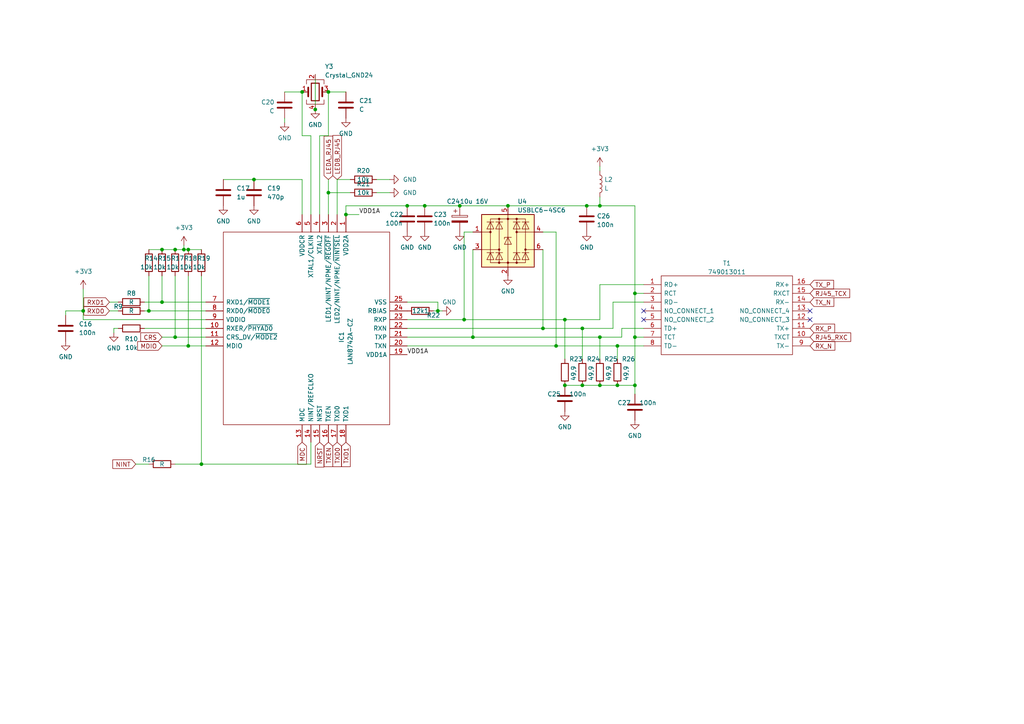
<source format=kicad_sch>
(kicad_sch (version 20211123) (generator eeschema)
  (paper "A4")
  (lib_symbols
    (symbol "Device:C" (pin_numbers hide) (pin_names (offset 0.254))
      (property "Reference" "C" (at 0.635 2.54 0))
      (property "Value" "C" (at 0.635 -2.54 0))
      (symbol "C_0_1"
        (polyline (pts (xy -2.032 -0.762) (xy 2.032 -0.762)) (stroke (width 0.508)))
        (polyline (pts (xy -2.032 0.762) (xy 2.032 0.762)) (stroke (width 0.508)))
      )
      (symbol "C_1_1"
        (pin passive line (at 0 3.81 270) (length 2.794) (name "~") (number "1"))
        (pin passive line (at 0 -3.81 90) (length 2.794) (name "~") (number "2"))
      )
    )
    (symbol "Device:C_Polarized" (pin_numbers hide) (pin_names (offset 0.254))
      (property "Reference" "C" (at 0.635 2.54 0))
      (property "Value" "C_Polarized" (at 0.635 -2.54 0))
      (symbol "C_Polarized_0_1"
        (rectangle (start -2.286 0.508) (end 2.286 1.016))
        (polyline (pts (xy -1.778 2.286) (xy -0.762 2.286)))
        (polyline (pts (xy -1.27 2.794) (xy -1.27 1.778)))
        (rectangle (start 2.286 -0.508) (end -2.286 -1.016) (fill (type outline)))
      )
      (symbol "C_Polarized_1_1"
        (pin passive line (at 0 3.81 270) (length 2.794) (name "~") (number "1"))
        (pin passive line (at 0 -3.81 90) (length 2.794) (name "~") (number "2"))
      )
    )
    (symbol "Device:Crystal_GND24" (pin_names (offset 1.016) hide)
      (property "Reference" "Y" (at 3.175 5.08 0))
      (property "Value" "Crystal_GND24" (at 3.175 3.175 0))
      (symbol "Crystal_GND24_0_1"
        (rectangle (start -1.143 2.54) (end 1.143 -2.54) (stroke (width 0.3048)))
        (polyline (pts (xy -2.54 0) (xy -2.032 0)))
        (polyline (pts (xy -2.032 -1.27) (xy -2.032 1.27)) (stroke (width 0.508)))
        (polyline (pts (xy 0 -3.81) (xy 0 -3.556)))
        (polyline (pts (xy 0 3.556) (xy 0 3.81)))
        (polyline (pts (xy 2.032 -1.27) (xy 2.032 1.27)) (stroke (width 0.508)))
        (polyline (pts (xy 2.032 0) (xy 2.54 0)))
        (polyline (pts (xy -2.54 -2.286) (xy -2.54 -3.556) (xy 2.54 -3.556) (xy 2.54 -2.286)))
        (polyline (pts (xy -2.54 2.286) (xy -2.54 3.556) (xy 2.54 3.556) (xy 2.54 2.286)))
      )
      (symbol "Crystal_GND24_1_1"
        (pin passive line (at -3.81 0 0) (length 1.27) (name "1") (number "1"))
        (pin passive line (at 0 5.08 270) (length 1.27) (name "2") (number "2"))
        (pin passive line (at 3.81 0 180) (length 1.27) (name "3") (number "3"))
        (pin passive line (at 0 -5.08 90) (length 1.27) (name "4") (number "4"))
      )
    )
    (symbol "Device:L" (pin_numbers hide) (pin_names (offset 1.016) hide)
      (property "Reference" "L" (at -1.27 0 90))
      (property "Value" "L" (at 1.905 0 90))
      (symbol "L_0_1"
        (arc (start 0 -2.54) (mid 0.635 -1.905) (end 0 -1.27))
        (arc (start 0 -1.27) (mid 0.635 -0.635) (end 0 0))
        (arc (start 0 0) (mid 0.635 0.635) (end 0 1.27))
        (arc (start 0 1.27) (mid 0.635 1.905) (end 0 2.54))
      )
      (symbol "L_1_1"
        (pin passive line (at 0 3.81 270) (length 1.27) (name "1") (number "1"))
        (pin passive line (at 0 -3.81 90) (length 1.27) (name "2") (number "2"))
      )
    )
    (symbol "Device:R" (pin_numbers hide) (pin_names (offset 0))
      (property "Reference" "R" (at 2.032 0 90))
      (property "Value" "R" (at 0 0 90))
      (symbol "R_0_1"
        (rectangle (start -1.016 -2.54) (end 1.016 2.54) (stroke (width 0.254)))
      )
      (symbol "R_1_1"
        (pin passive line (at 0 3.81 270) (length 1.27) (name "~") (number "1"))
        (pin passive line (at 0 -3.81 90) (length 1.27) (name "~") (number "2"))
      )
    )
    (symbol "Power_Protection:USBLC6-4SC6" (pin_names hide)
      (property "Reference" "U" (at 2.54 8.89 0))
      (property "Value" "USBLC6-4SC6" (at 2.54 -8.89 0))
      (symbol "USBLC6-4SC6_0_1"
        (rectangle (start -7.62 -7.62) (end 7.62 7.62) (stroke (width 0.254)) (fill (type background)))
        (circle (center -5.08 2.54) (radius 0.254) (fill (type outline)))
        (circle (center -2.54 -6.35) (radius 0.254) (fill (type outline)))
        (circle (center -2.54 -2.54) (radius 0.254) (fill (type outline)))
        (circle (center -2.54 6.35) (radius 0.254) (fill (type outline)))
        (rectangle (start -2.54 6.35) (end 2.54 -6.35))
        (circle (center 0 -6.35) (radius 0.254) (fill (type outline)))
        (polyline (pts (xy -5.08 2.54) (xy -7.62 2.54)))
        (polyline (pts (xy -4.064 -3.429) (xy -6.096 -3.429)))
        (polyline (pts (xy -4.064 5.461) (xy -6.096 5.461)))
        (polyline (pts (xy -2.54 -2.54) (xy -7.62 -2.54)))
        (polyline (pts (xy -1.524 -3.429) (xy -3.556 -3.429)))
        (polyline (pts (xy -1.524 5.461) (xy -3.556 5.461)))
        (polyline (pts (xy 0 -7.62) (xy 0 -6.35)))
        (polyline (pts (xy 0 -6.35) (xy 0 1.27)))
        (polyline (pts (xy 0 1.27) (xy 0 6.35)))
        (polyline (pts (xy 0 6.35) (xy 0 7.62)))
        (polyline (pts (xy 1.524 -3.429) (xy 3.556 -3.429)))
        (polyline (pts (xy 1.524 5.461) (xy 3.556 5.461)))
        (polyline (pts (xy 2.54 2.54) (xy 7.62 2.54)))
        (polyline (pts (xy 4.064 -3.429) (xy 6.096 -3.429)))
        (polyline (pts (xy 4.064 5.461) (xy 6.096 5.461)))
        (polyline (pts (xy 5.08 -2.54) (xy 7.62 -2.54)))
        (polyline (pts (xy -6.096 -5.461) (xy -4.064 -5.461) (xy -5.08 -3.429) (xy -6.096 -5.461)))
        (polyline (pts (xy -6.096 3.429) (xy -4.064 3.429) (xy -5.08 5.461) (xy -6.096 3.429)))
        (polyline (pts (xy -3.556 -5.461) (xy -1.524 -5.461) (xy -2.54 -3.429) (xy -3.556 -5.461)))
        (polyline (pts (xy -3.556 3.429) (xy -1.524 3.429) (xy -2.54 5.461) (xy -3.556 3.429)))
        (polyline (pts (xy -2.54 6.35) (xy -5.08 6.35) (xy -5.08 -6.35) (xy -2.54 -6.35)))
        (polyline (pts (xy -1.016 -1.016) (xy 1.016 -1.016) (xy 0 1.016) (xy -1.016 -1.016)))
        (polyline (pts (xy 1.016 1.016) (xy 0.762 1.016) (xy -1.016 1.016) (xy -1.016 0.508)))
        (polyline (pts (xy 2.54 6.35) (xy 5.08 6.35) (xy 5.08 -6.35) (xy 2.54 -6.35)))
        (polyline (pts (xy 3.556 -5.461) (xy 1.524 -5.461) (xy 2.54 -3.429) (xy 3.556 -5.461)))
        (polyline (pts (xy 3.556 3.429) (xy 1.524 3.429) (xy 2.54 5.461) (xy 3.556 3.429)))
        (polyline (pts (xy 6.096 -5.461) (xy 4.064 -5.461) (xy 5.08 -3.429) (xy 6.096 -5.461)))
        (polyline (pts (xy 6.096 3.429) (xy 4.064 3.429) (xy 5.08 5.461) (xy 6.096 3.429)))
        (circle (center 0 6.35) (radius 0.254) (fill (type outline)))
        (circle (center 2.54 -6.35) (radius 0.254) (fill (type outline)))
        (circle (center 2.54 2.54) (radius 0.254) (fill (type outline)))
        (circle (center 2.54 6.35) (radius 0.254) (fill (type outline)))
        (circle (center 5.08 -2.54) (radius 0.254) (fill (type outline)))
      )
      (symbol "USBLC6-4SC6_1_1"
        (pin passive line (at -10.16 2.54 0) (length 2.54) (name "I/O1") (number "1"))
        (pin passive line (at 0 -10.16 90) (length 2.54) (name "GND") (number "2"))
        (pin passive line (at -10.16 -2.54 0) (length 2.54) (name "I/O2") (number "3"))
        (pin passive line (at 10.16 2.54 180) (length 2.54) (name "I/O3") (number "4"))
        (pin passive line (at 0 10.16 270) (length 2.54) (name "VBUS") (number "5"))
        (pin passive line (at 10.16 -2.54 180) (length 2.54) (name "I/O4") (number "6"))
      )
    )
    (symbol "ethernet:749013011" (pin_names (offset 0.762))
      (property "Reference" "T" (at 44.45 7.62 0))
      (property "Value" "749013011" (at 44.45 5.08 0))
      (symbol "749013011_0_0"
        (pin passive line (at 0 0 0) (length 5.08) (name "RD+") (number "1"))
        (pin passive line (at 48.26 -15.24 180) (length 5.08) (name "TXCT") (number "10"))
        (pin passive line (at 48.26 -12.7 180) (length 5.08) (name "TX+") (number "11"))
        (pin passive line (at 48.26 -10.16 180) (length 5.08) (name "NO_CONNECT_3") (number "12"))
        (pin passive line (at 48.26 -7.62 180) (length 5.08) (name "NO_CONNECT_4") (number "13"))
        (pin passive line (at 48.26 -5.08 180) (length 5.08) (name "RX-") (number "14"))
        (pin passive line (at 48.26 -2.54 180) (length 5.08) (name "RXCT") (number "15"))
        (pin passive line (at 48.26 0 180) (length 5.08) (name "RX+") (number "16"))
        (pin passive line (at 0 -2.54 0) (length 5.08) (name "RCT") (number "2"))
        (pin passive line (at 0 -5.08 0) (length 5.08) (name "RD-") (number "3"))
        (pin passive line (at 0 -7.62 0) (length 5.08) (name "NO_CONNECT_1") (number "4"))
        (pin passive line (at 0 -10.16 0) (length 5.08) (name "NO_CONNECT_2") (number "5"))
        (pin passive line (at 0 -12.7 0) (length 5.08) (name "TD+") (number "6"))
        (pin passive line (at 0 -15.24 0) (length 5.08) (name "TCT") (number "7"))
        (pin passive line (at 0 -17.78 0) (length 5.08) (name "TD-") (number "8"))
        (pin passive line (at 48.26 -17.78 180) (length 5.08) (name "TX-") (number "9"))
      )
      (symbol "749013011_0_1"
        (polyline (pts (xy 5.08 2.54) (xy 43.18 2.54) (xy 43.18 -20.32) (xy 5.08 -20.32) (xy 5.08 2.54)) (stroke (width 0.1524)))
      )
    )
    (symbol "ethernet:LAN8742A-CZ" (pin_names (offset 0.762))
      (property "Reference" "IC" (at 62.23 17.78 0))
      (property "Value" "LAN8742A-CZ" (at 62.23 15.24 0))
      (symbol "LAN8742A-CZ_0_0"
        (pin passive line (at 0 0 0) (length 5.08) (name "VDD2A") (number "1"))
        (pin passive line (at 33.02 -40.64 90) (length 5.08) (name "RXER/~{PHYAD0}") (number "10"))
        (pin passive line (at 35.56 -40.64 90) (length 5.08) (name "CRS_DV/~{MODE2}") (number "11"))
        (pin passive line (at 38.1 -40.64 90) (length 5.08) (name "MDIO") (number "12"))
        (pin passive line (at 66.04 -12.7 180) (length 5.08) (name "MDC") (number "13"))
        (pin passive line (at 66.04 -10.16 180) (length 5.08) (name "NINT/REFCLKO") (number "14"))
        (pin passive line (at 66.04 -7.62 180) (length 5.08) (name "NRST") (number "15"))
        (pin passive line (at 66.04 -5.08 180) (length 5.08) (name "TXEN") (number "16"))
        (pin passive line (at 66.04 -2.54 180) (length 5.08) (name "TXD0") (number "17"))
        (pin passive line (at 66.04 0 180) (length 5.08) (name "TXD1") (number "18"))
        (pin passive line (at 40.64 17.78 270) (length 5.08) (name "VDD1A") (number "19"))
        (pin passive line (at 0 -2.54 0) (length 5.08) (name "LED2/NINT/NPME/~{NINTSEL}") (number "2"))
        (pin passive line (at 38.1 17.78 270) (length 5.08) (name "TXN") (number "20"))
        (pin passive line (at 35.56 17.78 270) (length 5.08) (name "TXP") (number "21"))
        (pin passive line (at 33.02 17.78 270) (length 5.08) (name "RXN") (number "22"))
        (pin passive line (at 30.48 17.78 270) (length 5.08) (name "RXP") (number "23"))
        (pin passive line (at 27.94 17.78 270) (length 5.08) (name "RBIAS") (number "24"))
        (pin passive line (at 25.4 17.78 270) (length 5.08) (name "VSS") (number "25"))
        (pin passive line (at 0 -5.08 0) (length 5.08) (name "LED1/NINT/NPME/~{REGOFF}") (number "3"))
        (pin passive line (at 0 -7.62 0) (length 5.08) (name "XTAL2") (number "4"))
        (pin passive line (at 0 -10.16 0) (length 5.08) (name "XTAL1/CLKIN") (number "5"))
        (pin passive line (at 0 -12.7 0) (length 5.08) (name "VDDCR") (number "6"))
        (pin passive line (at 25.4 -40.64 90) (length 5.08) (name "RXD1/~{MODE1}") (number "7"))
        (pin passive line (at 27.94 -40.64 90) (length 5.08) (name "RXD0/~{MODE0}") (number "8"))
        (pin passive line (at 30.48 -40.64 90) (length 5.08) (name "VDDIO") (number "9"))
      )
      (symbol "LAN8742A-CZ_0_1"
        (polyline (pts (xy 5.08 12.7) (xy 60.96 12.7) (xy 60.96 -35.56) (xy 5.08 -35.56) (xy 5.08 12.7)) (stroke (width 0.1524)))
      )
    )
    (symbol "power:+3V3" (power) (pin_names (offset 0))
      (property "Value" "+3V3" (at 0 3.556 0))
      (symbol "+3V3_0_1"
        (polyline (pts (xy -0.762 1.27) (xy 0 2.54)))
        (polyline (pts (xy 0 0) (xy 0 2.54)))
        (polyline (pts (xy 0 2.54) (xy 0.762 1.27)))
      )
      (symbol "+3V3_1_1"
        (pin power_in line (at 0 0 90) (length 0) hide (name "+3V3") (number "1"))
      )
    )
    (symbol "power:GND" (power) (pin_names (offset 0))
      (property "Value" "GND" (at 0 -3.81 0))
      (symbol "GND_0_1"
        (polyline (pts (xy 0 0) (xy 0 -1.27) (xy 1.27 -1.27) (xy 0 -2.54) (xy -1.27 -1.27) (xy 0 -1.27)))
      )
      (symbol "GND_1_1"
        (pin power_in line (at 0 0 270) (length 0) hide (name "GND") (number "1"))
      )
    )
  )
  (junction (at 118.11 59.69))
  (junction (at 53.34 72.39))
  (junction (at 95.25 55.88))
  (junction (at 168.91 111.76))
  (junction (at 95.25 26.67))
  (junction (at 157.48 95.25))
  (junction (at 123.19 59.69))
  (junction (at 147.32 59.69))
  (junction (at 179.07 111.76))
  (junction (at 173.99 97.79))
  (junction (at 168.91 95.25))
  (junction (at 24.13 90.17))
  (junction (at 133.35 59.69))
  (junction (at 163.83 92.71))
  (junction (at 54.61 72.39))
  (junction (at 184.15 111.76))
  (junction (at 58.42 134.62))
  (junction (at 173.99 111.76))
  (junction (at 184.15 85.09))
  (junction (at 87.63 26.67))
  (junction (at 46.99 87.63))
  (junction (at 179.07 100.33))
  (junction (at 50.8 97.79))
  (junction (at 91.44 31.75))
  (junction (at 127 90.17))
  (junction (at 100.33 62.23))
  (junction (at 73.66 52.07))
  (junction (at 137.16 97.79))
  (junction (at 173.99 59.69))
  (junction (at 134.62 92.71))
  (junction (at 46.99 72.39))
  (junction (at 54.61 100.33))
  (junction (at 50.8 72.39))
  (junction (at 161.29 100.33))
  (junction (at 163.83 111.76))
  (junction (at 170.18 59.69))
  (junction (at 43.18 90.17))
  (junction (at 184.15 97.79))
  (no_connect (at 234.95 92.71))
  (no_connect (at 234.95 90.17))
  (no_connect (at 186.69 90.17))
  (no_connect (at 186.69 92.71))
  (wire (pts (xy 46.99 80.01) (xy 46.99 87.63)))
  (wire (pts (xy 100.33 62.23) (xy 100.33 59.69)))
  (wire (pts (xy 41.91 87.63) (xy 46.99 87.63)))
  (wire (pts (xy 31.75 90.17) (xy 34.29 90.17)))
  (wire (pts (xy 134.62 67.31) (xy 134.62 92.71)))
  (wire (pts (xy 46.99 97.79) (xy 50.8 97.79)))
  (wire (pts (xy 163.83 92.71) (xy 163.83 104.14)))
  (wire (pts (xy 118.11 87.63) (xy 127 87.63)))
  (wire (pts (xy 87.63 26.67) (xy 87.63 39.37)))
  (wire (pts (xy 41.91 90.17) (xy 43.18 90.17)))
  (wire (pts (xy 24.13 90.17) (xy 24.13 83.82)))
  (wire (pts (xy 58.42 80.01) (xy 58.42 134.62)))
  (wire (pts (xy 82.55 35.56) (xy 82.55 34.29)))
  (wire (pts (xy 170.18 59.69) (xy 173.99 59.69)))
  (wire (pts (xy 50.8 134.62) (xy 58.42 134.62)))
  (wire (pts (xy 180.34 95.25) (xy 186.69 95.25)))
  (wire (pts (xy 87.63 62.23) (xy 87.63 52.07)))
  (wire (pts (xy 100.33 59.69) (xy 118.11 59.69)))
  (wire (pts (xy 50.8 80.01) (xy 50.8 97.79)))
  (wire (pts (xy 109.22 55.88) (xy 113.03 55.88)))
  (wire (pts (xy 179.07 111.76) (xy 184.15 111.76)))
  (wire (pts (xy 73.66 52.07) (xy 87.63 52.07)))
  (wire (pts (xy 173.99 82.55) (xy 173.99 92.71)))
  (wire (pts (xy 59.69 92.71) (xy 24.13 92.71)))
  (wire (pts (xy 125.73 90.17) (xy 127 90.17)))
  (wire (pts (xy 163.83 92.71) (xy 173.99 92.71)))
  (wire (pts (xy 137.16 72.39) (xy 137.16 97.79)))
  (wire (pts (xy 91.44 21.59) (xy 91.44 31.75)))
  (wire (pts (xy 184.15 59.69) (xy 184.15 85.09)))
  (wire (pts (xy 90.17 134.62) (xy 90.17 128.27)))
  (wire (pts (xy 97.79 52.07) (xy 101.6 52.07)))
  (wire (pts (xy 127 90.17) (xy 127 87.63)))
  (wire (pts (xy 179.07 100.33) (xy 186.69 100.33)))
  (wire (pts (xy 92.71 39.37) (xy 92.71 62.23)))
  (wire (pts (xy 87.63 26.67) (xy 82.55 26.67)))
  (wire (pts (xy 90.17 62.23) (xy 90.17 39.37)))
  (wire (pts (xy 50.8 72.39) (xy 53.34 72.39)))
  (wire (pts (xy 58.42 134.62) (xy 90.17 134.62)))
  (wire (pts (xy 109.22 52.07) (xy 113.03 52.07)))
  (wire (pts (xy 90.17 39.37) (xy 87.63 39.37)))
  (wire (pts (xy 184.15 111.76) (xy 184.15 114.3)))
  (wire (pts (xy 137.16 67.31) (xy 134.62 67.31)))
  (wire (pts (xy 173.99 97.79) (xy 180.34 97.79)))
  (wire (pts (xy 173.99 48.26) (xy 173.99 49.53)))
  (wire (pts (xy 50.8 97.79) (xy 59.69 97.79)))
  (wire (pts (xy 118.11 100.33) (xy 161.29 100.33)))
  (wire (pts (xy 157.48 67.31) (xy 161.29 67.31)))
  (wire (pts (xy 168.91 111.76) (xy 173.99 111.76)))
  (wire (pts (xy 95.25 55.88) (xy 95.25 62.23)))
  (wire (pts (xy 147.32 59.69) (xy 170.18 59.69)))
  (wire (pts (xy 163.83 111.76) (xy 168.91 111.76)))
  (wire (pts (xy 157.48 72.39) (xy 157.48 95.25)))
  (wire (pts (xy 33.02 95.25) (xy 33.02 96.52)))
  (wire (pts (xy 118.11 92.71) (xy 134.62 92.71)))
  (wire (pts (xy 100.33 62.23) (xy 104.14 62.23)))
  (wire (pts (xy 24.13 90.17) (xy 19.05 90.17)))
  (wire (pts (xy 53.34 72.39) (xy 54.61 72.39)))
  (wire (pts (xy 118.11 95.25) (xy 157.48 95.25)))
  (wire (pts (xy 133.35 59.69) (xy 147.32 59.69)))
  (wire (pts (xy 161.29 100.33) (xy 179.07 100.33)))
  (wire (pts (xy 31.75 87.63) (xy 34.29 87.63)))
  (wire (pts (xy 184.15 59.69) (xy 173.99 59.69)))
  (wire (pts (xy 173.99 97.79) (xy 173.99 104.14)))
  (wire (pts (xy 39.37 134.62) (xy 43.18 134.62)))
  (wire (pts (xy 46.99 72.39) (xy 50.8 72.39)))
  (wire (pts (xy 118.11 59.69) (xy 123.19 59.69)))
  (wire (pts (xy 184.15 97.79) (xy 184.15 111.76)))
  (wire (pts (xy 134.62 92.71) (xy 163.83 92.71)))
  (wire (pts (xy 168.91 95.25) (xy 168.91 104.14)))
  (wire (pts (xy 54.61 100.33) (xy 59.69 100.33)))
  (wire (pts (xy 127 90.17) (xy 128.27 90.17)))
  (wire (pts (xy 123.19 59.69) (xy 133.35 59.69)))
  (wire (pts (xy 43.18 90.17) (xy 59.69 90.17)))
  (wire (pts (xy 54.61 80.01) (xy 54.61 100.33)))
  (wire (pts (xy 41.91 95.25) (xy 59.69 95.25)))
  (wire (pts (xy 179.07 100.33) (xy 179.07 104.14)))
  (wire (pts (xy 95.25 52.07) (xy 95.25 55.88)))
  (wire (pts (xy 19.05 90.17) (xy 19.05 91.44)))
  (wire (pts (xy 97.79 52.07) (xy 97.79 62.23)))
  (wire (pts (xy 184.15 85.09) (xy 184.15 97.79)))
  (wire (pts (xy 137.16 97.79) (xy 173.99 97.79)))
  (wire (pts (xy 54.61 72.39) (xy 58.42 72.39)))
  (wire (pts (xy 95.25 26.67) (xy 100.33 26.67)))
  (wire (pts (xy 184.15 97.79) (xy 186.69 97.79)))
  (wire (pts (xy 177.8 87.63) (xy 177.8 95.25)))
  (wire (pts (xy 173.99 111.76) (xy 179.07 111.76)))
  (wire (pts (xy 177.8 87.63) (xy 186.69 87.63)))
  (wire (pts (xy 34.29 95.25) (xy 33.02 95.25)))
  (wire (pts (xy 157.48 95.25) (xy 168.91 95.25)))
  (wire (pts (xy 43.18 80.01) (xy 43.18 90.17)))
  (wire (pts (xy 24.13 92.71) (xy 24.13 90.17)))
  (wire (pts (xy 46.99 100.33) (xy 54.61 100.33)))
  (wire (pts (xy 46.99 87.63) (xy 59.69 87.63)))
  (wire (pts (xy 180.34 97.79) (xy 180.34 95.25)))
  (wire (pts (xy 92.71 39.37) (xy 95.25 39.37)))
  (wire (pts (xy 173.99 57.15) (xy 173.99 59.69)))
  (wire (pts (xy 43.18 72.39) (xy 46.99 72.39)))
  (wire (pts (xy 95.25 55.88) (xy 101.6 55.88)))
  (wire (pts (xy 184.15 85.09) (xy 186.69 85.09)))
  (wire (pts (xy 173.99 82.55) (xy 186.69 82.55)))
  (wire (pts (xy 118.11 97.79) (xy 137.16 97.79)))
  (wire (pts (xy 53.34 72.39) (xy 53.34 71.12)))
  (wire (pts (xy 168.91 95.25) (xy 177.8 95.25)))
  (wire (pts (xy 161.29 67.31) (xy 161.29 100.33)))
  (wire (pts (xy 73.66 52.07) (xy 64.77 52.07)))
  (wire (pts (xy 95.25 26.67) (xy 95.25 39.37)))
  (label "VDD1A" (at 104.14 62.23 0))
  (label "VDD1A" (at 118.11 102.87 0))
  (global_label "MDC" (shape input) (at 87.63 128.27 270) (property "Intersheet References" "${INTERSHEET_REFS}" (effects hide)))
  (global_label "LEDA_RJ45" (shape input) (at 95.25 52.07 90) (property "Intersheet References" "${INTERSHEET_REFS}" (effects hide)))
  (global_label "RXD0" (shape input) (at 31.75 90.17 180) (property "Intersheet References" "${INTERSHEET_REFS}" (effects hide)))
  (global_label "RJ45_TCX" (shape input) (at 234.95 85.09 0) (property "Intersheet References" "${INTERSHEET_REFS}" (effects hide)))
  (global_label "RXD1" (shape input) (at 31.75 87.63 180) (property "Intersheet References" "${INTERSHEET_REFS}" (effects hide)))
  (global_label "MDIO" (shape input) (at 46.99 100.33 180) (property "Intersheet References" "${INTERSHEET_REFS}" (effects hide)))
  (global_label "TX_P" (shape input) (at 234.95 82.55 0) (property "Intersheet References" "${INTERSHEET_REFS}" (effects hide)))
  (global_label "TXD0" (shape input) (at 97.79 128.27 270) (property "Intersheet References" "${INTERSHEET_REFS}" (effects hide)))
  (global_label "TX_N" (shape input) (at 234.95 87.63 0) (property "Intersheet References" "${INTERSHEET_REFS}" (effects hide)))
  (global_label "CRS" (shape input) (at 46.99 97.79 180) (property "Intersheet References" "${INTERSHEET_REFS}" (effects hide)))
  (global_label "NINT" (shape input) (at 39.37 134.62 180) (property "Intersheet References" "${INTERSHEET_REFS}" (effects hide)))
  (global_label "RJ45_RXC" (shape input) (at 234.95 97.79 0) (property "Intersheet References" "${INTERSHEET_REFS}" (effects hide)))
  (global_label "NRST" (shape input) (at 92.71 128.27 270) (property "Intersheet References" "${INTERSHEET_REFS}" (effects hide)))
  (global_label "RX_N" (shape input) (at 234.95 100.33 0) (property "Intersheet References" "${INTERSHEET_REFS}" (effects hide)))
  (global_label "TXEN" (shape input) (at 95.25 128.27 270) (property "Intersheet References" "${INTERSHEET_REFS}" (effects hide)))
  (global_label "RX_P" (shape input) (at 234.95 95.25 0) (property "Intersheet References" "${INTERSHEET_REFS}" (effects hide)))
  (global_label "TXD1" (shape input) (at 100.33 128.27 270) (property "Intersheet References" "${INTERSHEET_REFS}" (effects hide)))
  (global_label "LEDB_RJ45" (shape input) (at 97.79 52.07 90) (property "Intersheet References" "${INTERSHEET_REFS}" (effects hide)))
  (symbol (lib_id "Device:R") (at 46.99 134.62 90) (unit 1)
    (property "Reference" "R16" (at 43.18 133.35 90))
    (property "Value" "R" (at 46.99 134.62 90))
    (property "Footprint" "Resistor_SMD:R_0603_1608Metric" (effects hide))
  )
  (symbol (lib_id "Device:R") (at 54.61 76.2 180) (unit 1)
    (property "Reference" "R18" (at 53.34 74.93 0) (effects (justify right)))
    (property "Value" "10k" (at 52.07 77.47 0) (effects (justify right)))
    (property "Footprint" "Resistor_SMD:R_0603_1608Metric" (effects hide))
  )
  (symbol (lib_id "power:GND") (at 128.27 90.17 90) (unit 1)
    (property "Reference" "#PWR0161" (effects hide))
    (property "Value" "GND" (at 128.27 87.63 90) (effects (justify right)))
  )
  (symbol (lib_id "Device:R") (at 38.1 90.17 90) (unit 1)
    (property "Reference" "R9" (at 34.29 88.9 90))
    (property "Value" "R" (at 38.1 90.17 90))
    (property "Footprint" "Resistor_SMD:R_0603_1608Metric" (effects hide))
  )
  (symbol (lib_id "power:GND") (at 118.11 67.31 0) (unit 1)
    (property "Reference" "#PWR0164" (effects hide))
    (property "Value" "GND" (at 118.11 71.7534 0))
  )
  (symbol (lib_id "power:GND") (at 147.32 80.01 0) (unit 1)
    (property "Reference" "#PWR0160" (effects hide))
    (property "Value" "GND" (at 147.32 84.4534 0))
  )
  (symbol (lib_id "ethernet:749013011") (at 186.69 82.55 0) (unit 1)
    (property "Reference" "T1" (at 210.82 76.361 0))
    (property "Value" "749013011" (at 210.82 78.8979 0))
    (property "Datasheet" "https://www.we-online.de/katalog/datasheet/749013011.pdf" (effects hide))
    (property "Description" "LAN-Transformer WE-LAN 10/100 Base Tx" (effects hide))
    (property "Height" "5.33" (effects hide))
    (property "Mouser Part Number" "710-749013011" (effects hide))
    (property "Mouser Price/Stock" "https://www.mouser.co.uk/ProductDetail/Wurth-Elektronik/749013011?qs=2sV1BwmkawRYxGj1O9AWzA%3D%3D" (effects hide))
    (property "Manufacturer_Name" "Wurth Elektronik" (effects hide))
    (property "Manufacturer_Part_Number" "749013011" (effects hide))
  )
  (symbol (lib_id "Device:C") (at 64.77 55.88 0) (unit 1)
    (property "Reference" "C17" (at 68.58 54.6099 0) (effects (justify left)))
    (property "Value" "1u" (at 68.58 57.1499 0) (effects (justify left)))
    (property "Footprint" "Capacitor_SMD:C_0603_1608Metric" (effects hide))
  )
  (symbol (lib_id "Device:R") (at 168.91 107.95 0) (unit 1)
    (property "Reference" "R24" (at 170.18 104.14 0) (effects (justify left)))
    (property "Value" "49,9" (at 171.45 110.49 90) (effects (justify left)))
    (property "Footprint" "Resistor_SMD:R_0603_1608Metric" (effects hide))
  )
  (symbol (lib_id "Device:R") (at 173.99 107.95 0) (unit 1)
    (property "Reference" "R25" (at 175.26 104.14 0) (effects (justify left)))
    (property "Value" "49,9" (at 176.53 110.49 90) (effects (justify left)))
    (property "Footprint" "Resistor_SMD:R_0603_1608Metric" (effects hide))
  )
  (symbol (lib_id "power:GND") (at 33.02 96.52 0) (unit 1)
    (property "Reference" "#PWR0145" (effects hide))
    (property "Value" "GND" (at 33.02 100.9634 0))
  )
  (symbol (lib_id "power:GND") (at 73.66 59.69 0) (unit 1)
    (property "Reference" "#PWR0167" (effects hide))
    (property "Value" "GND" (at 73.66 64.1334 0))
  )
  (symbol (lib_id "Device:R") (at 38.1 95.25 270) (unit 1)
    (property "Reference" "R10" (at 38.1 98.2964 90))
    (property "Value" "10k" (at 38.1 100.8333 90))
    (property "Footprint" "Resistor_SMD:R_0603_1608Metric" (effects hide))
  )
  (symbol (lib_id "Device:R") (at 43.18 76.2 180) (unit 1)
    (property "Reference" "R14" (at 41.91 74.93 0) (effects (justify right)))
    (property "Value" "10k" (at 40.64 77.47 0) (effects (justify right)))
    (property "Footprint" "Resistor_SMD:R_0603_1608Metric" (effects hide))
  )
  (symbol (lib_id "Device:R") (at 105.41 55.88 90) (unit 1)
    (property "Reference" "R21" (at 105.41 53.34 90))
    (property "Value" "10k" (at 105.41 55.88 90))
    (property "Footprint" "Resistor_SMD:R_0603_1608Metric" (effects hide))
  )
  (symbol (lib_id "power:GND") (at 113.03 55.88 90) (unit 1)
    (property "Reference" "#PWR0126" (effects hide))
    (property "Value" "GND" (at 116.84 55.8799 90) (effects (justify right)))
  )
  (symbol (lib_id "Device:C_Polarized") (at 133.35 63.5 0) (unit 1)
    (property "Reference" "C24" (at 129.54 58.42 0) (effects (justify left)))
    (property "Value" "10u 16V" (at 133.35 58.42 0) (effects (justify left)))
    (property "Footprint" "Capacitor_SMD:C_0805_2012Metric" (effects hide))
  )
  (symbol (lib_id "Device:L") (at 173.99 53.34 0) (unit 1)
    (property "Reference" "L2" (at 175.26 52.0699 0) (effects (justify left)))
    (property "Value" "L" (at 175.26 54.6099 0) (effects (justify left)))
    (property "Footprint" "Inductor_SMD:L_0603_1608Metric" (effects hide))
  )
  (symbol (lib_id "ethernet:LAN8742A-CZ") (at 100.33 62.23 270) (unit 1)
    (property "Reference" "IC1" (at 99.06 97.79 0))
    (property "Value" "LAN8742A-CZ" (at 101.6 99.06 0))
    (property "Datasheet" "http://ww1.microchip.com/downloads/en/DeviceDoc/8742a.pdf" (effects hide))
    (property "Description" "Microchip LAN8742A-CZ Ethernet Transceiver, IEEE 802.3, IEEE 802.3u, 10 Mbps, 100 Mbps 1.62  3.6 V, 24-Pin SQFN" (effects hide))
    (property "Height" "1" (effects hide))
    (property "Mouser Part Number" "579-LAN8742A-CZ" (effects hide))
    (property "Mouser Price/Stock" "https://www.mouser.co.uk/ProductDetail/Microchip-Technology/LAN8742A-CZ?qs=6qKXPk0vzx0HX01XVwdO0Q%3D%3D" (effects hide))
    (property "Manufacturer_Name" "Microchip" (effects hide))
    (property "Manufacturer_Part_Number" "LAN8742A-CZ" (effects hide))
  )
  (symbol (lib_id "Device:R") (at 179.07 107.95 0) (unit 1)
    (property "Reference" "R26" (at 180.34 104.14 0) (effects (justify left)))
    (property "Value" "49,9" (at 181.61 110.49 90) (effects (justify left)))
    (property "Footprint" "Resistor_SMD:R_0603_1608Metric" (effects hide))
  )
  (symbol (lib_id "Device:C") (at 73.66 55.88 0) (unit 1)
    (property "Reference" "C19" (at 77.47 54.6099 0) (effects (justify left)))
    (property "Value" "470p" (at 77.47 57.1499 0) (effects (justify left)))
    (property "Footprint" "Capacitor_SMD:C_0603_1608Metric" (effects hide))
  )
  (symbol (lib_id "Device:R") (at 121.92 90.17 90) (unit 1)
    (property "Reference" "R22" (at 125.73 91.44 90))
    (property "Value" "12k1" (at 121.92 90.17 90))
    (property "Footprint" "Resistor_SMD:R_0603_1608Metric" (effects hide))
  )
  (symbol (lib_id "Device:R") (at 58.42 76.2 180) (unit 1)
    (property "Reference" "R19" (at 57.15 74.93 0) (effects (justify right)))
    (property "Value" "10k" (at 55.88 77.47 0) (effects (justify right)))
    (property "Footprint" "Resistor_SMD:R_0603_1608Metric" (effects hide))
  )
  (symbol (lib_id "power:GND") (at 170.18 67.31 0) (unit 1)
    (property "Reference" "#PWR0143" (effects hide))
    (property "Value" "GND" (at 170.18 71.7534 0))
  )
  (symbol (lib_id "power:+3V3") (at 53.34 71.12 0) (unit 1)
    (property "Reference" "#PWR0159" (effects hide))
    (property "Value" "+3V3" (at 53.34 66.04 0))
  )
  (symbol (lib_id "Device:C") (at 82.55 30.48 0) (unit 1)
    (property "Reference" "C20" (at 79.629 29.6453 0) (effects (justify right)))
    (property "Value" "C" (at 79.629 32.1822 0) (effects (justify right)))
  )
  (symbol (lib_id "power:GND") (at 184.15 121.92 0) (unit 1)
    (property "Reference" "#PWR0139" (effects hide))
    (property "Value" "GND" (at 184.15 126.3634 0))
  )
  (symbol (lib_id "power:GND") (at 133.35 67.31 0) (unit 1)
    (property "Reference" "#PWR0162" (effects hide))
    (property "Value" "GND" (at 133.35 71.7534 0))
  )
  (symbol (lib_id "Device:C") (at 100.33 30.48 0) (unit 1)
    (property "Reference" "C21" (at 104.14 29.2099 0) (effects (justify left)))
    (property "Value" "C" (at 104.14 31.7499 0) (effects (justify left)))
  )
  (symbol (lib_id "power:GND") (at 91.44 31.75 0) (unit 1)
    (property "Reference" "#PWR0105" (effects hide))
    (property "Value" "GND" (at 91.44 36.1934 0))
  )
  (symbol (lib_id "power:+3V3") (at 24.13 83.82 0) (unit 1)
    (property "Reference" "#PWR0156" (effects hide))
    (property "Value" "+3V3" (at 24.13 78.74 0))
  )
  (symbol (lib_id "power:GND") (at 100.33 34.29 0) (unit 1)
    (property "Reference" "#PWR0112" (effects hide))
    (property "Value" "GND" (at 100.33 38.7334 0))
  )
  (symbol (lib_id "Power_Protection:USBLC6-4SC6") (at 147.32 69.85 0) (unit 1)
    (property "Reference" "U4" (at 150.0887 58.42 0) (effects (justify left)))
    (property "Value" "USBLC6-4SC6" (at 150.0887 60.96 0) (effects (justify left)))
    (property "Footprint" "Package_TO_SOT_SMD:SOT-23-6" (effects hide))
    (property "Datasheet" "https://www.st.com/resource/en/datasheet/usblc6-4.pdf" (effects hide))
  )
  (symbol (lib_id "Device:R") (at 46.99 76.2 180) (unit 1)
    (property "Reference" "R15" (at 45.72 74.93 0) (effects (justify right)))
    (property "Value" "10k" (at 44.45 77.47 0) (effects (justify right)))
    (property "Footprint" "Resistor_SMD:R_0603_1608Metric" (effects hide))
  )
  (symbol (lib_id "power:GND") (at 64.77 59.69 0) (unit 1)
    (property "Reference" "#PWR0168" (effects hide))
    (property "Value" "GND" (at 64.77 64.1334 0))
  )
  (symbol (lib_id "Device:R") (at 163.83 107.95 0) (unit 1)
    (property "Reference" "R23" (at 165.1 104.14 0) (effects (justify left)))
    (property "Value" "49,9" (at 166.37 110.49 90) (effects (justify left)))
    (property "Footprint" "Resistor_SMD:R_0603_1608Metric" (effects hide))
  )
  (symbol (lib_id "power:+3V3") (at 173.99 48.26 0) (unit 1)
    (property "Reference" "#PWR0144" (effects hide))
    (property "Value" "+3V3" (at 173.99 43.18 0))
  )
  (symbol (lib_id "Device:C") (at 163.83 115.57 0) (unit 1)
    (property "Reference" "C25" (at 158.75 114.3 0) (effects (justify left)))
    (property "Value" "100n" (at 165.1 114.3 0) (effects (justify left)))
    (property "Footprint" "Capacitor_SMD:C_0603_1608Metric" (effects hide))
  )
  (symbol (lib_id "power:GND") (at 123.19 67.31 0) (unit 1)
    (property "Reference" "#PWR0165" (effects hide))
    (property "Value" "GND" (at 123.19 71.7534 0))
  )
  (symbol (lib_id "Device:R") (at 50.8 76.2 180) (unit 1)
    (property "Reference" "R17" (at 49.53 74.93 0) (effects (justify right)))
    (property "Value" "10k" (at 48.26 77.47 0) (effects (justify right)))
    (property "Footprint" "Resistor_SMD:R_0603_1608Metric" (effects hide))
  )
  (symbol (lib_id "power:GND") (at 163.83 119.38 0) (unit 1)
    (property "Reference" "#PWR0135" (effects hide))
    (property "Value" "GND" (at 163.83 123.8234 0))
  )
  (symbol (lib_id "Device:C") (at 184.15 118.11 0) (unit 1)
    (property "Reference" "C27" (at 179.07 116.84 0) (effects (justify left)))
    (property "Value" "100n" (at 185.42 116.84 0) (effects (justify left)))
    (property "Footprint" "Capacitor_SMD:C_0603_1608Metric" (effects hide))
  )
  (symbol (lib_id "Device:R") (at 105.41 52.07 90) (unit 1)
    (property "Reference" "R20" (at 105.41 49.53 90))
    (property "Value" "10k" (at 105.41 52.07 90))
    (property "Footprint" "Resistor_SMD:R_0603_1608Metric" (effects hide))
  )
  (symbol (lib_id "Device:C") (at 170.18 63.5 0) (unit 1)
    (property "Reference" "C26" (at 173.101 62.6653 0) (effects (justify left)))
    (property "Value" "100n" (at 173.101 65.2022 0) (effects (justify left)))
    (property "Footprint" "Capacitor_SMD:C_0603_1608Metric" (effects hide))
  )
  (symbol (lib_id "Device:C") (at 19.05 95.25 0) (unit 1)
    (property "Reference" "C16" (at 22.86 93.9799 0) (effects (justify left)))
    (property "Value" "100n" (at 22.86 96.5199 0) (effects (justify left)))
    (property "Footprint" "Capacitor_SMD:C_0603_1608Metric" (effects hide))
  )
  (symbol (lib_id "power:GND") (at 19.05 99.06 0) (unit 1)
    (property "Reference" "#PWR0147" (effects hide))
    (property "Value" "GND" (at 19.05 103.5034 0))
  )
  (symbol (lib_id "power:GND") (at 82.55 35.56 0) (unit 1)
    (property "Reference" "#PWR0166" (effects hide))
    (property "Value" "GND" (at 82.55 40.0034 0))
  )
  (symbol (lib_id "Device:Crystal_GND24") (at 91.44 26.67 0) (unit 1)
    (property "Reference" "Y3" (at 94.2087 19.2872 0) (effects (justify left)))
    (property "Value" "Crystal_GND24" (at 94.2087 21.8241 0) (effects (justify left)))
  )
  (symbol (lib_id "Device:R") (at 38.1 87.63 90) (unit 1)
    (property "Reference" "R8" (at 38.1 85.09 90))
    (property "Value" "R" (at 38.1 87.63 90))
    (property "Footprint" "Resistor_SMD:R_0603_1608Metric" (effects hide))
  )
  (symbol (lib_id "Device:C") (at 118.11 63.5 0) (unit 1)
    (property "Reference" "C22" (at 113.03 62.23 0) (effects (justify left)))
    (property "Value" "100n" (at 111.76 64.77 0) (effects (justify left)))
    (property "Footprint" "Capacitor_SMD:C_0603_1608Metric" (effects hide))
  )
  (symbol (lib_id "Device:C") (at 123.19 63.5 0) (unit 1)
    (property "Reference" "C23" (at 125.73 62.23 0) (effects (justify left)))
    (property "Value" "100n" (at 125.73 64.77 0) (effects (justify left)))
    (property "Footprint" "Capacitor_SMD:C_0603_1608Metric" (effects hide))
  )
  (symbol (lib_id "power:GND") (at 113.03 52.07 90) (unit 1)
    (property "Reference" "#PWR0115" (effects hide))
    (property "Value" "GND" (at 116.84 52.0699 90) (effects (justify right)))
  )
)
</source>
